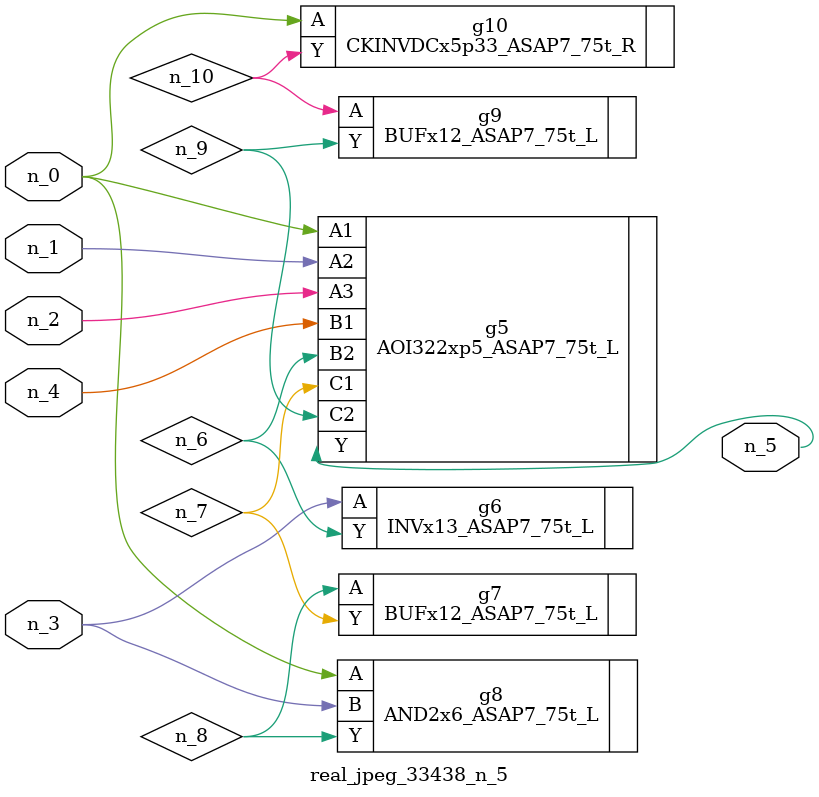
<source format=v>
module real_jpeg_33438_n_5 (n_4, n_0, n_1, n_2, n_3, n_5);

input n_4;
input n_0;
input n_1;
input n_2;
input n_3;

output n_5;

wire n_8;
wire n_6;
wire n_7;
wire n_10;
wire n_9;

AOI322xp5_ASAP7_75t_L g5 ( 
.A1(n_0),
.A2(n_1),
.A3(n_2),
.B1(n_4),
.B2(n_6),
.C1(n_7),
.C2(n_9),
.Y(n_5)
);

AND2x6_ASAP7_75t_L g8 ( 
.A(n_0),
.B(n_3),
.Y(n_8)
);

CKINVDCx5p33_ASAP7_75t_R g10 ( 
.A(n_0),
.Y(n_10)
);

INVx13_ASAP7_75t_L g6 ( 
.A(n_3),
.Y(n_6)
);

BUFx12_ASAP7_75t_L g7 ( 
.A(n_8),
.Y(n_7)
);

BUFx12_ASAP7_75t_L g9 ( 
.A(n_10),
.Y(n_9)
);


endmodule
</source>
